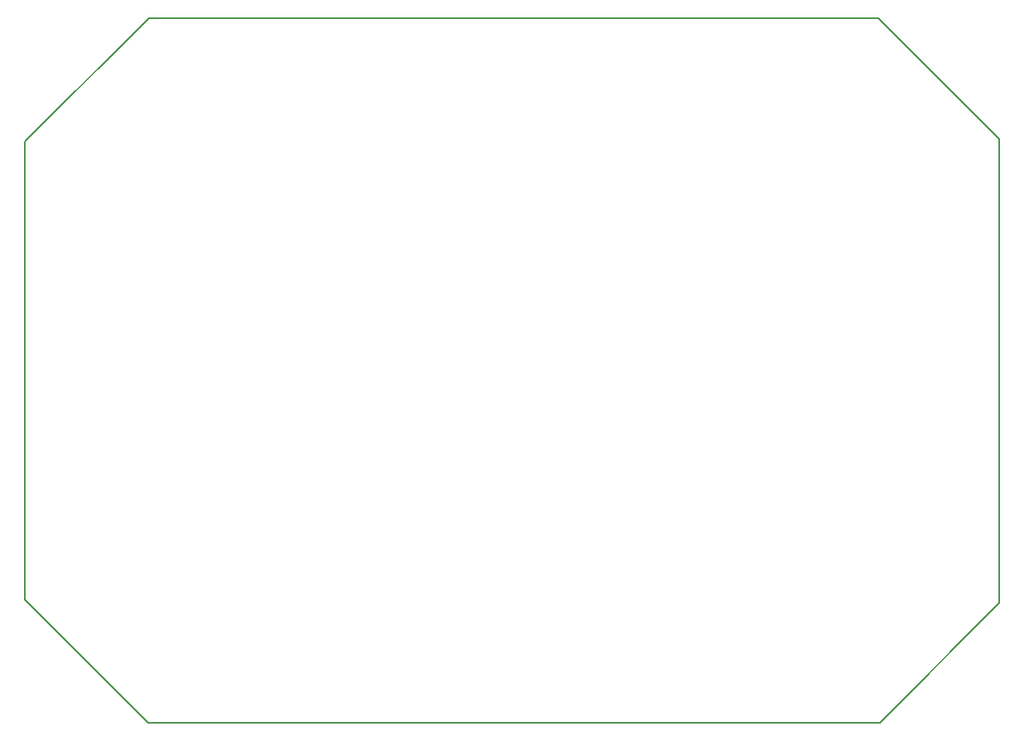
<source format=gm1>
G04 #@! TF.FileFunction,Profile,NP*
%FSLAX46Y46*%
G04 Gerber Fmt 4.6, Leading zero omitted, Abs format (unit mm)*
G04 Created by KiCad (PCBNEW 4.0.7) date 07/01/18 12:19:37*
%MOMM*%
%LPD*%
G01*
G04 APERTURE LIST*
%ADD10C,0.100000*%
%ADD11C,0.150000*%
G04 APERTURE END LIST*
D10*
D11*
X146880000Y-135640000D02*
X134640000Y-147880000D01*
X47249997Y-135279997D02*
X59850000Y-147880000D01*
X146880000Y-88120000D02*
X134509984Y-75749984D01*
X47250000Y-88400000D02*
X59900000Y-75750000D01*
X47250000Y-135280000D02*
X47250000Y-88400000D01*
X134642673Y-147880000D02*
X59850000Y-147880000D01*
X146880000Y-88120000D02*
X146880000Y-135640009D01*
X59900000Y-75750000D02*
X134510000Y-75750000D01*
M02*

</source>
